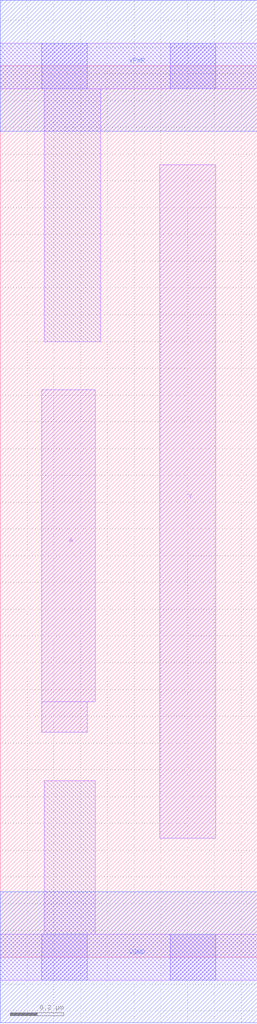
<source format=lef>
# Copyright 2020 The SkyWater PDK Authors
#
# Licensed under the Apache License, Version 2.0 (the "License");
# you may not use this file except in compliance with the License.
# You may obtain a copy of the License at
#
#     https://www.apache.org/licenses/LICENSE-2.0
#
# Unless required by applicable law or agreed to in writing, software
# distributed under the License is distributed on an "AS IS" BASIS,
# WITHOUT WARRANTIES OR CONDITIONS OF ANY KIND, either express or implied.
# See the License for the specific language governing permissions and
# limitations under the License.
#
# SPDX-License-Identifier: Apache-2.0

VERSION 5.7 ;
  NAMESCASESENSITIVE ON ;
  NOWIREEXTENSIONATPIN ON ;
  DIVIDERCHAR "/" ;
  BUSBITCHARS "[]" ;
UNITS
  DATABASE MICRONS 200 ;
END UNITS
MACRO sky130_fd_sc_lp__inv_m
  CLASS CORE ;
  SOURCE USER ;
  FOREIGN sky130_fd_sc_lp__inv_m ;
  ORIGIN  0.000000  0.000000 ;
  SIZE  0.960000 BY  3.330000 ;
  SYMMETRY X Y R90 ;
  SITE unit ;
  PIN A
    ANTENNAGATEAREA  0.126000 ;
    DIRECTION INPUT ;
    USE SIGNAL ;
    PORT
      LAYER li1 ;
        RECT 0.155000 0.840000 0.325000 0.955000 ;
        RECT 0.155000 0.955000 0.355000 2.120000 ;
    END
  END A
  PIN Y
    ANTENNADIFFAREA  0.222600 ;
    DIRECTION OUTPUT ;
    USE SIGNAL ;
    PORT
      LAYER li1 ;
        RECT 0.595000 0.445000 0.805000 2.960000 ;
    END
  END Y
  PIN VGND
    DIRECTION INOUT ;
    USE GROUND ;
    PORT
      LAYER met1 ;
        RECT 0.000000 -0.245000 0.960000 0.245000 ;
    END
  END VGND
  PIN VPWR
    DIRECTION INOUT ;
    USE POWER ;
    PORT
      LAYER met1 ;
        RECT 0.000000 3.085000 0.960000 3.575000 ;
    END
  END VPWR
  OBS
    LAYER li1 ;
      RECT 0.000000 -0.085000 0.960000 0.085000 ;
      RECT 0.000000  3.245000 0.960000 3.415000 ;
      RECT 0.165000  0.085000 0.355000 0.660000 ;
      RECT 0.165000  2.300000 0.375000 3.245000 ;
    LAYER mcon ;
      RECT 0.155000 -0.085000 0.325000 0.085000 ;
      RECT 0.155000  3.245000 0.325000 3.415000 ;
      RECT 0.635000 -0.085000 0.805000 0.085000 ;
      RECT 0.635000  3.245000 0.805000 3.415000 ;
  END
END sky130_fd_sc_lp__inv_m

</source>
